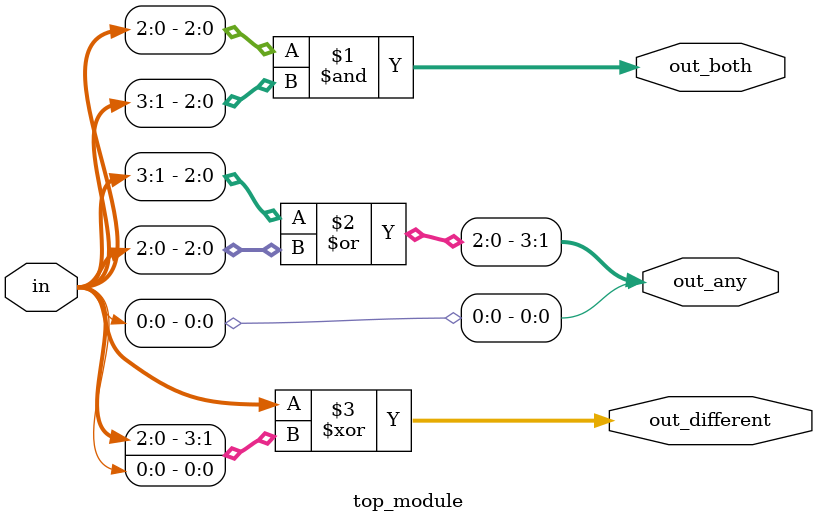
<source format=sv>
module top_module (
	input [3:0] in,
	output [2:0] out_both,
	output [3:0] out_any,
	output [3:0] out_different
);

	// Bitwise AND operation between bits 2:0 and 3:1 of input vector
	assign out_both = in[2:0] & in[3:1];

	// Bitwise OR operation between bits 2:0 and 3:1 of input vector
	assign out_any = {in[3:1] | in[2:0], in[0]};

	// Bitwise XOR operation between the entire input vector and shifted input vector
	assign out_different = in ^ {in[2:0], in[0]};

endmodule

</source>
